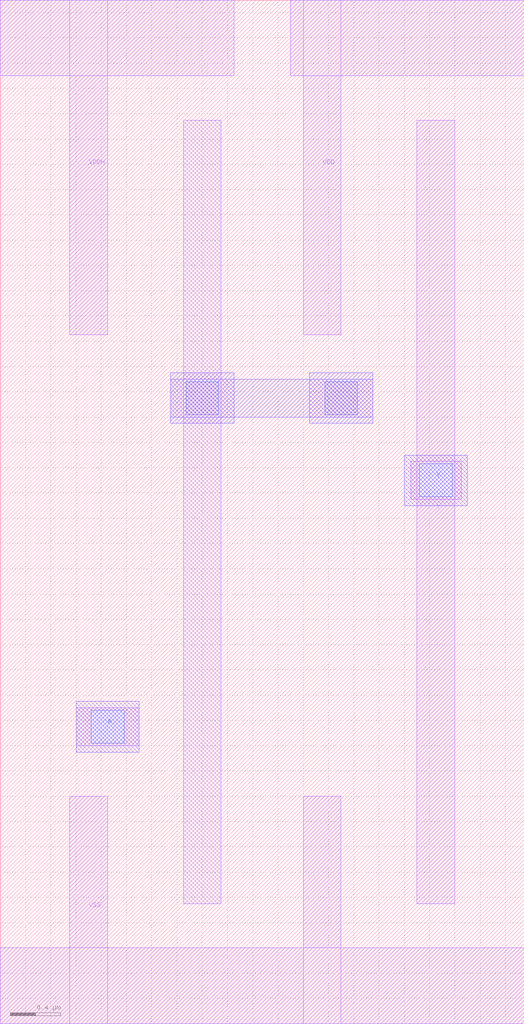
<source format=lef>
# Copyright 2022 Google LLC
# Licensed under the Apache License, Version 2.0 (the "License");
# you may not use this file except in compliance with the License.
# You may obtain a copy of the License at
#
#      http://www.apache.org/licenses/LICENSE-2.0
#
# Unless required by applicable law or agreed to in writing, software
# distributed under the License is distributed on an "AS IS" BASIS,
# WITHOUT WARRANTIES OR CONDITIONS OF ANY KIND, either express or implied.
# See the License for the specific language governing permissions and
# limitations under the License.
VERSION 5.7 ;
BUSBITCHARS "[]" ;
DIVIDERCHAR "/" ;

MACRO gf180mcu_osu_sc_gp12t3v3__lshifdown
  CLASS CORE ;
  ORIGIN 0 0 ;
  FOREIGN gf180mcu_osu_sc_gp12t3v3__lshifdown 0 0 ;
  SIZE 4.15 BY 8.1 ;
  SYMMETRY X Y ;
  SITE GF180_3p3_12t ;
  PIN VDD
    DIRECTION INOUT ;
    USE POWER ;
    SHAPE ABUTMENT ;
    PORT
      LAYER MET1 ;
        RECT 2.3 7.5 4.15 8.1 ;
        RECT 2.4 5.45 2.7 8.1 ;
    END
  END VDD
  PIN VDDH
    DIRECTION INOUT ;
    USE POWER ;
    PORT
      LAYER MET1 ;
        RECT 0 7.5 1.85 8.1 ;
        RECT 0.55 5.45 0.85 8.1 ;
    END
  END VDDH
  PIN VSS
    DIRECTION INOUT ;
    USE GROUND ;
    PORT
      LAYER MET1 ;
        RECT 0 0 4.15 0.6 ;
        RECT 2.4 0 2.7 1.8 ;
        RECT 0.55 0 0.85 1.8 ;
    END
  END VSS
  PIN A
    DIRECTION INPUT ;
    USE SIGNAL ;
    PORT
      LAYER MET1 ;
        RECT 0.6 2.2 1.1 2.5 ;
      LAYER MET2 ;
        RECT 0.6 2.15 1.1 2.55 ;
      LAYER VIA12 ;
        RECT 0.72 2.22 0.98 2.48 ;
    END
  END A
  PIN Y
    DIRECTION OUTPUT ;
    USE SIGNAL ;
    PORT
      LAYER MET1 ;
        RECT 3.25 4.15 3.65 4.45 ;
        RECT 3.3 0.95 3.6 7.15 ;
      LAYER MET2 ;
        RECT 3.2 4.1 3.7 4.5 ;
      LAYER VIA12 ;
        RECT 3.32 4.17 3.58 4.43 ;
    END
  END Y
  OBS
    LAYER MET2 ;
      RECT 2.45 4.75 2.95 5.15 ;
      RECT 1.35 4.75 1.85 5.15 ;
      RECT 1.35 4.8 2.95 5.1 ;
    LAYER VIA12 ;
      RECT 2.57 4.82 2.83 5.08 ;
      RECT 1.47 4.82 1.73 5.08 ;
    LAYER MET1 ;
      RECT 1.45 0.95 1.75 7.15 ;
      RECT 1.35 4.8 1.85 5.1 ;
      RECT 2.45 4.8 2.95 5.1 ;
  END
END gf180mcu_osu_sc_gp12t3v3__lshifdown

</source>
